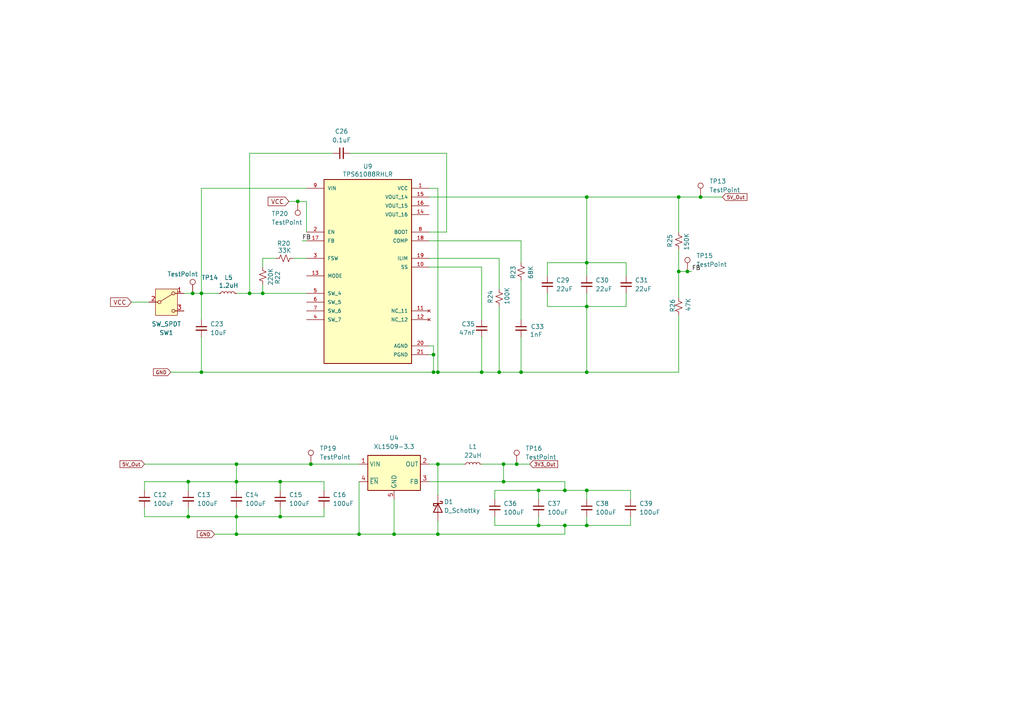
<source format=kicad_sch>
(kicad_sch (version 20250114) (generator "eeschema") (generator_version "9.0")
  (paper "A4")
  (lib_symbols
    (symbol "Connector:TestPoint" (pin_numbers (hide yes)) (pin_names (offset 0.762) (hide yes))
      (property "Reference" "TP" (at 0 6.858 0))
      (property "Value" "TestPoint" (at 0 5.08 0))
      (symbol "TestPoint_0_1"
        (circle (center 0 3.302) (radius 0.762))
      )
      (symbol "TestPoint_1_1"
        (pin passive line (at 0 0 90) (length 2.54) (name "1") (number "1"))
      )
    )
    (symbol "Device:C_Small" (pin_numbers (hide yes)) (pin_names (offset 0.254) (hide yes))
      (property "Reference" "C" (at 0.254 1.778 0))
      (property "Value" "C_Small" (at 0.254 -2.032 0))
      (symbol "C_Small_0_1"
        (polyline (pts (xy -1.524 0.508) (xy 1.524 0.508)) (stroke (width 0.3048)))
        (polyline (pts (xy -1.524 -0.508) (xy 1.524 -0.508)) (stroke (width 0.3302)))
      )
      (symbol "C_Small_1_1"
        (pin passive line (at 0 2.54 270) (length 2.032) (name "~") (number "1"))
        (pin passive line (at 0 -2.54 90) (length 2.032) (name "~") (number "2"))
      )
    )
    (symbol "Device:D_Schottky" (pin_numbers (hide yes)) (pin_names (offset 1.016) (hide yes))
      (property "Reference" "D" (at 0 2.54 0))
      (property "Value" "D_Schottky" (at 0 -2.54 0))
      (symbol "D_Schottky_0_1"
        (polyline (pts (xy -1.905 0.635) (xy -1.905 1.27) (xy -1.27 1.27) (xy -1.27 -1.27) (xy -0.635 -1.27) (xy -0.635 -0.635)) (stroke (width 0.254)))
        (polyline (pts (xy 1.27 1.27) (xy 1.27 -1.27) (xy -1.27 0) (xy 1.27 1.27)) (stroke (width 0.254)))
        (polyline (pts (xy 1.27 0) (xy -1.27 0)))
      )
      (symbol "D_Schottky_1_1"
        (pin passive line (at -3.81 0 0) (length 2.54) (name "K") (number "1"))
        (pin passive line (at 3.81 0 180) (length 2.54) (name "A") (number "2"))
      )
    )
    (symbol "Device:L_Small" (pin_numbers (hide yes)) (pin_names (offset 0.254) (hide yes))
      (property "Reference" "L" (at 0.762 1.016 0))
      (property "Value" "L_Small" (at 0.762 -1.016 0))
      (symbol "L_Small_0_1"
        (arc (start 0 2.032) (mid 0.5058 1.524) (end 0 1.016))
        (arc (start 0 1.016) (mid 0.5058 0.508) (end 0 0))
        (arc (start 0 0) (mid 0.5058 -0.508) (end 0 -1.016))
        (arc (start 0 -1.016) (mid 0.5058 -1.524) (end 0 -2.032))
      )
      (symbol "L_Small_1_1"
        (pin passive line (at 0 2.54 270) (length 0.508) (name "~") (number "1"))
        (pin passive line (at 0 -2.54 90) (length 0.508) (name "~") (number "2"))
      )
    )
    (symbol "Device:R_Small_US" (pin_numbers (hide yes)) (pin_names (offset 0.254) (hide yes))
      (property "Reference" "R" (at 0.762 0.508 0))
      (property "Value" "R_Small_US" (at 0.762 -1.016 0))
      (symbol "R_Small_US_1_1"
        (polyline (pts (xy 0 1.524) (xy 1.016 1.143) (xy 0 0.762) (xy -1.016 0.381) (xy 0 0)))
        (polyline (pts (xy 0 0) (xy 1.016 -0.381) (xy 0 -0.762) (xy -1.016 -1.143) (xy 0 -1.524)))
        (pin passive line (at 0 2.54 270) (length 1.016) (name "~") (number "1"))
        (pin passive line (at 0 -2.54 90) (length 1.016) (name "~") (number "2"))
      )
    )
    (symbol "Regulator_Switching:XL1509-3.3"
      (property "Reference" "U" (at -7.112 6.096 0))
      (property "Value" "XL1509-3.3" (at 5.842 6.096 0))
      (symbol "XL1509-3.3_0_1"
        (rectangle (start -7.62 5.08) (end 7.62 -5.08) (stroke (width 0.254)) (fill (type background)))
      )
      (symbol "XL1509-3.3_1_1"
        (pin power_in line (at -10.16 2.54 0) (length 2.54) (name "VIN") (number "1"))
        (pin input line (at -10.16 -2.54 0) (length 2.54) (name "~{EN}") (number "4"))
        (pin power_in line (at 0 -7.62 90) (length 2.54) (name "GND") (number "5"))
        (pin passive line (at 0 -7.62 90) (length 2.54) (hide yes) (name "GND") (number "6"))
        (pin passive line (at 0 -7.62 90) (length 2.54) (hide yes) (name "GND") (number "7"))
        (pin passive line (at 0 -7.62 90) (length 2.54) (hide yes) (name "GND") (number "8"))
        (pin power_out line (at 10.16 2.54 180) (length 2.54) (name "OUT") (number "2"))
        (pin input line (at 10.16 -2.54 180) (length 2.54) (name "FB") (number "3"))
      )
    )
    (symbol "Switch:SW_SPDT" (pin_names (offset 0) (hide yes))
      (property "Reference" "SW" (at 0 5.08 0))
      (property "Value" "SW_SPDT" (at 0 -5.08 0))
      (symbol "SW_SPDT_0_1"
        (circle (center -2.032 0) (radius 0.4572))
        (polyline (pts (xy -1.651 0.254) (xy 1.651 2.286)))
        (circle (center 2.032 2.54) (radius 0.4572))
        (circle (center 2.032 -2.54) (radius 0.4572))
      )
      (symbol "SW_SPDT_1_1"
        (rectangle (start -3.175 3.81) (end 3.175 -3.81) (fill (type background)))
        (pin passive line (at -5.08 0 0) (length 2.54) (name "B") (number "2"))
        (pin passive line (at 5.08 2.54 180) (length 2.54) (name "A") (number "1"))
        (pin passive line (at 5.08 -2.54 180) (length 2.54) (name "C") (number "3"))
      )
    )
    (symbol "TPS61088RHLR:TPS61088RHLR" (pin_names (offset 1.016))
      (property "Reference" "U9" (at 0 29.21 0))
      (property "Value" "TPS61088RHLR" (at 0 26.924 0))
      (symbol "TPS61088RHLR_0_0"
        (rectangle (start -12.7 -27.94) (end 12.7 25.4) (stroke (width 0.254)) (fill (type background)))
        (pin input line (at -17.78 22.86 0) (length 5.08) (name "VIN") (number "9"))
        (pin input line (at -17.78 10.16 0) (length 5.08) (name "EN") (number "2"))
        (pin input line (at -17.78 7.62 0) (length 5.08) (name "FB") (number "17"))
        (pin input line (at -17.78 2.54 0) (length 5.08) (name "FSW") (number "3"))
        (pin input line (at -17.78 -2.54 0) (length 5.08) (name "MODE") (number "13"))
        (pin input line (at -17.78 -7.62 0) (length 5.08) (name "SW_4") (number "5"))
        (pin input line (at -17.78 -10.16 0) (length 5.08) (name "SW_5") (number "6"))
        (pin input line (at -17.78 -12.7 0) (length 5.08) (name "SW_6") (number "7"))
        (pin input line (at -17.78 -15.24 0) (length 5.08) (name "SW_7") (number "4"))
        (pin output line (at 17.78 22.86 180) (length 5.08) (name "VCC") (number "1"))
        (pin output line (at 17.78 20.32 180) (length 5.08) (name "VOUT_14") (number "15"))
        (pin output line (at 17.78 17.78 180) (length 5.08) (name "VOUT_15") (number "16"))
        (pin output line (at 17.78 15.24 180) (length 5.08) (name "VOUT_16") (number "14"))
        (pin output line (at 17.78 10.16 180) (length 5.08) (name "BOOT") (number "8"))
        (pin output line (at 17.78 7.62 180) (length 5.08) (name "COMP") (number "18"))
        (pin output line (at 17.78 2.54 180) (length 5.08) (name "ILIM") (number "19"))
        (pin output line (at 17.78 0 180) (length 5.08) (name "SS") (number "10"))
        (pin no_connect line (at 17.78 -12.7 180) (length 5.08) (name "NC_11") (number "11"))
        (pin no_connect line (at 17.78 -15.24 180) (length 5.08) (name "NC_12") (number "12"))
        (pin power_in line (at 17.78 -22.86 180) (length 5.08) (name "AGND") (number "20"))
        (pin power_in line (at 17.78 -25.4 180) (length 5.08) (name "PGND") (number "21"))
      )
    )
  )
  (junction (at 151.13 107.95))
  (junction (at 196.85 78.74))
  (junction (at 114.3 154.94))
  (junction (at 68.58 134.62))
  (junction (at 127 154.94))
  (junction (at 68.58 149.86))
  (junction (at 149.86 134.62))
  (junction (at 104.14 154.94))
  (junction (at 144.78 107.95))
  (junction (at 196.85 57.15))
  (junction (at 170.18 76.2))
  (junction (at 139.7 107.95))
  (junction (at 72.39 85.09))
  (junction (at 86.36 58.42))
  (junction (at 68.58 139.7))
  (junction (at 170.18 142.24))
  (junction (at 127 134.62))
  (junction (at 58.42 107.95))
  (junction (at 76.2 85.09))
  (junction (at 127 107.95))
  (junction (at 156.21 152.4))
  (junction (at 58.42 85.09))
  (junction (at 81.28 149.86))
  (junction (at 54.61 149.86))
  (junction (at 68.58 154.94))
  (junction (at 125.73 107.95))
  (junction (at 90.17 134.62))
  (junction (at 170.18 57.15))
  (junction (at 199.39 78.74))
  (junction (at 146.05 134.62))
  (junction (at 170.18 88.9))
  (junction (at 170.18 107.95))
  (junction (at 170.18 152.4))
  (junction (at 146.05 139.7))
  (junction (at 163.83 142.24))
  (junction (at 156.21 142.24))
  (junction (at 203.2 57.15))
  (junction (at 81.28 139.7))
  (junction (at 125.73 102.87))
  (junction (at 54.61 139.7))
  (junction (at 163.83 152.4))
  (junction (at 55.88 85.09))
  (wire (pts (xy 143.51 149.86) (xy 143.51 152.4)))
  (wire (pts (xy 85.09 74.93) (xy 88.9 74.93)))
  (wire (pts (xy 49.53 107.95) (xy 58.42 107.95)))
  (wire (pts (xy 149.86 134.62) (xy 153.67 134.62)))
  (wire (pts (xy 156.21 142.24) (xy 143.51 142.24)))
  (wire (pts (xy 76.2 82.55) (xy 76.2 85.09)))
  (wire (pts (xy 163.83 152.4) (xy 163.83 154.94)))
  (wire (pts (xy 68.58 154.94) (xy 104.14 154.94)))
  (wire (pts (xy 68.58 139.7) (xy 81.28 139.7)))
  (wire (pts (xy 170.18 57.15) (xy 196.85 57.15)))
  (wire (pts (xy 196.85 78.74) (xy 196.85 86.36)))
  (wire (pts (xy 54.61 149.86) (xy 68.58 149.86)))
  (wire (pts (xy 170.18 142.24) (xy 182.88 142.24)))
  (wire (pts (xy 114.3 144.78) (xy 114.3 154.94)))
  (wire (pts (xy 62.23 154.94) (xy 68.58 154.94)))
  (wire (pts (xy 170.18 76.2) (xy 181.61 76.2)))
  (wire (pts (xy 158.75 76.2) (xy 170.18 76.2)))
  (wire (pts (xy 81.28 147.32) (xy 81.28 149.86)))
  (wire (pts (xy 53.34 85.09) (xy 55.88 85.09)))
  (wire (pts (xy 83.82 58.42) (xy 86.36 58.42)))
  (wire (pts (xy 170.18 142.24) (xy 170.18 144.78)))
  (wire (pts (xy 58.42 97.79) (xy 58.42 107.95)))
  (wire (pts (xy 196.85 57.15) (xy 196.85 67.31)))
  (wire (pts (xy 76.2 74.93) (xy 76.2 77.47)))
  (wire (pts (xy 124.46 54.61) (xy 127 54.61)))
  (wire (pts (xy 86.36 58.42) (xy 88.9 58.42)))
  (wire (pts (xy 68.58 85.09) (xy 72.39 85.09)))
  (wire (pts (xy 146.05 139.7) (xy 146.05 134.62)))
  (wire (pts (xy 196.85 91.44) (xy 196.85 107.95)))
  (wire (pts (xy 158.75 85.09) (xy 158.75 88.9)))
  (wire (pts (xy 151.13 107.95) (xy 170.18 107.95)))
  (wire (pts (xy 124.46 77.47) (xy 139.7 77.47)))
  (wire (pts (xy 90.17 134.62) (xy 104.14 134.62)))
  (wire (pts (xy 170.18 88.9) (xy 181.61 88.9)))
  (wire (pts (xy 41.91 134.62) (xy 68.58 134.62)))
  (wire (pts (xy 38.1 87.63) (xy 43.18 87.63)))
  (wire (pts (xy 144.78 88.9) (xy 144.78 107.95)))
  (wire (pts (xy 68.58 149.86) (xy 68.58 154.94)))
  (wire (pts (xy 170.18 85.09) (xy 170.18 88.9)))
  (wire (pts (xy 127 54.61) (xy 127 107.95)))
  (wire (pts (xy 104.14 139.7) (xy 104.14 154.94)))
  (wire (pts (xy 125.73 107.95) (xy 127 107.95)))
  (wire (pts (xy 163.83 139.7) (xy 146.05 139.7)))
  (wire (pts (xy 156.21 144.78) (xy 156.21 142.24)))
  (wire (pts (xy 76.2 74.93) (xy 80.01 74.93)))
  (wire (pts (xy 124.46 57.15) (xy 170.18 57.15)))
  (wire (pts (xy 196.85 72.39) (xy 196.85 78.74)))
  (wire (pts (xy 104.14 154.94) (xy 114.3 154.94)))
  (wire (pts (xy 81.28 139.7) (xy 93.98 139.7)))
  (wire (pts (xy 156.21 152.4) (xy 163.83 152.4)))
  (wire (pts (xy 127 134.62) (xy 134.62 134.62)))
  (wire (pts (xy 55.88 85.09) (xy 58.42 85.09)))
  (wire (pts (xy 156.21 142.24) (xy 163.83 142.24)))
  (wire (pts (xy 76.2 85.09) (xy 88.9 85.09)))
  (wire (pts (xy 143.51 152.4) (xy 156.21 152.4)))
  (wire (pts (xy 54.61 139.7) (xy 41.91 139.7)))
  (wire (pts (xy 182.88 144.78) (xy 182.88 142.24)))
  (wire (pts (xy 124.46 74.93) (xy 144.78 74.93)))
  (wire (pts (xy 129.54 67.31) (xy 124.46 67.31)))
  (wire (pts (xy 129.54 44.45) (xy 129.54 67.31)))
  (wire (pts (xy 203.2 57.15) (xy 209.55 57.15)))
  (wire (pts (xy 163.83 152.4) (xy 170.18 152.4)))
  (wire (pts (xy 81.28 149.86) (xy 93.98 149.86)))
  (wire (pts (xy 54.61 142.24) (xy 54.61 139.7)))
  (wire (pts (xy 41.91 149.86) (xy 54.61 149.86)))
  (wire (pts (xy 68.58 149.86) (xy 81.28 149.86)))
  (wire (pts (xy 139.7 107.95) (xy 144.78 107.95)))
  (wire (pts (xy 199.39 78.74) (xy 200.66 78.74)))
  (wire (pts (xy 41.91 139.7) (xy 41.91 142.24)))
  (wire (pts (xy 58.42 54.61) (xy 88.9 54.61)))
  (wire (pts (xy 93.98 149.86) (xy 93.98 147.32)))
  (wire (pts (xy 170.18 88.9) (xy 170.18 107.95)))
  (wire (pts (xy 144.78 107.95) (xy 151.13 107.95)))
  (wire (pts (xy 144.78 74.93) (xy 144.78 83.82)))
  (wire (pts (xy 101.6 44.45) (xy 129.54 44.45)))
  (wire (pts (xy 41.91 147.32) (xy 41.91 149.86)))
  (wire (pts (xy 54.61 147.32) (xy 54.61 149.86)))
  (wire (pts (xy 170.18 76.2) (xy 170.18 80.01)))
  (wire (pts (xy 170.18 57.15) (xy 170.18 76.2)))
  (wire (pts (xy 72.39 44.45) (xy 96.52 44.45)))
  (wire (pts (xy 124.46 139.7) (xy 146.05 139.7)))
  (wire (pts (xy 127 151.13) (xy 127 154.94)))
  (wire (pts (xy 81.28 142.24) (xy 81.28 139.7)))
  (wire (pts (xy 151.13 69.85) (xy 151.13 76.2)))
  (wire (pts (xy 181.61 85.09) (xy 181.61 88.9)))
  (wire (pts (xy 196.85 78.74) (xy 199.39 78.74)))
  (wire (pts (xy 68.58 139.7) (xy 68.58 142.24)))
  (wire (pts (xy 125.73 100.33) (xy 125.73 102.87)))
  (wire (pts (xy 68.58 134.62) (xy 90.17 134.62)))
  (wire (pts (xy 58.42 85.09) (xy 63.5 85.09)))
  (wire (pts (xy 127 154.94) (xy 163.83 154.94)))
  (wire (pts (xy 124.46 102.87) (xy 125.73 102.87)))
  (wire (pts (xy 72.39 85.09) (xy 72.39 44.45)))
  (wire (pts (xy 158.75 76.2) (xy 158.75 80.01)))
  (wire (pts (xy 127 134.62) (xy 127 143.51)))
  (wire (pts (xy 72.39 85.09) (xy 76.2 85.09)))
  (wire (pts (xy 125.73 102.87) (xy 125.73 107.95)))
  (wire (pts (xy 170.18 107.95) (xy 196.85 107.95)))
  (wire (pts (xy 163.83 142.24) (xy 170.18 142.24)))
  (wire (pts (xy 151.13 97.79) (xy 151.13 107.95)))
  (wire (pts (xy 114.3 154.94) (xy 127 154.94)))
  (wire (pts (xy 158.75 88.9) (xy 170.18 88.9)))
  (wire (pts (xy 163.83 142.24) (xy 163.83 139.7)))
  (wire (pts (xy 127 107.95) (xy 139.7 107.95)))
  (wire (pts (xy 143.51 142.24) (xy 143.51 144.78)))
  (wire (pts (xy 182.88 149.86) (xy 182.88 152.4)))
  (wire (pts (xy 124.46 69.85) (xy 151.13 69.85)))
  (wire (pts (xy 88.9 58.42) (xy 88.9 67.31)))
  (wire (pts (xy 196.85 57.15) (xy 203.2 57.15)))
  (wire (pts (xy 68.58 147.32) (xy 68.58 149.86)))
  (wire (pts (xy 87.63 69.85) (xy 88.9 69.85)))
  (wire (pts (xy 58.42 85.09) (xy 58.42 92.71)))
  (wire (pts (xy 54.61 139.7) (xy 68.58 139.7)))
  (wire (pts (xy 124.46 100.33) (xy 125.73 100.33)))
  (wire (pts (xy 170.18 152.4) (xy 182.88 152.4)))
  (wire (pts (xy 68.58 139.7) (xy 68.58 134.62)))
  (wire (pts (xy 156.21 149.86) (xy 156.21 152.4)))
  (wire (pts (xy 124.46 134.62) (xy 127 134.62)))
  (wire (pts (xy 58.42 54.61) (xy 58.42 85.09)))
  (wire (pts (xy 146.05 134.62) (xy 149.86 134.62)))
  (wire (pts (xy 139.7 97.79) (xy 139.7 107.95)))
  (wire (pts (xy 139.7 77.47) (xy 139.7 92.71)))
  (wire (pts (xy 139.7 134.62) (xy 146.05 134.62)))
  (wire (pts (xy 151.13 81.28) (xy 151.13 92.71)))
  (wire (pts (xy 181.61 76.2) (xy 181.61 80.01)))
  (wire (pts (xy 58.42 107.95) (xy 125.73 107.95)))
  (wire (pts (xy 93.98 139.7) (xy 93.98 142.24)))
  (wire (pts (xy 170.18 149.86) (xy 170.18 152.4)))
  (label "FB" (at 200.66 78.74 0))
  (label "FB" (at 87.63 69.85 0))
  (global_label "5V_Out" (shape input) (at 209.55 57.15 0) (effects (font (size 1.016 1.016))) (property "Intersheetrefs" "${INTERSHEET_REFS}" (effects (hide yes))))
  (global_label "GND" (shape input) (at 49.53 107.95 180) (effects (font (size 1.016 1.016))) (property "Intersheetrefs" "${INTERSHEET_REFS}" (effects (hide yes))))
  (global_label "3V3_Out" (shape input) (at 153.67 134.62 0) (effects (font (size 1.016 1.016))) (property "Intersheetrefs" "${INTERSHEET_REFS}" (effects (hide yes))))
  (global_label "VCC" (shape input) (at 38.1 87.63 180) (property "Intersheetrefs" "${INTERSHEET_REFS}" (effects (hide yes))))
  (global_label "5V_Out" (shape input) (at 41.91 134.62 180) (effects (font (size 1.016 1.016))) (property "Intersheetrefs" "${INTERSHEET_REFS}" (effects (hide yes))))
  (global_label "VCC" (shape input) (at 83.82 58.42 180) (property "Intersheetrefs" "${INTERSHEET_REFS}" (effects (hide yes))))
  (global_label "GND" (shape input) (at 62.23 154.94 180) (effects (font (size 1.016 1.016))) (property "Intersheetrefs" "${INTERSHEET_REFS}" (effects (hide yes))))
  (symbol (lib_id "Device:C_Small") (at 182.88 147.32 0) (unit 1)
    (property "Reference" "C39" (at 185.42 146.0562 0) (effects (justify left)))
    (property "Value" "100uF" (at 185.42 148.5962 0) (effects (justify left)))
    (property "Footprint" "Capacitor_SMD:C_1206_3216Metric_Pad1.33x1.80mm_HandSolder" (effects (hide yes)))
    (property "Description" "Unpolarized capacitor, small symbol" (effects (hide yes)))
    (property "LCSC" "C15008" (effects (hide yes)))
  )
  (symbol (lib_id "Device:C_Small") (at 170.18 82.55 180) (unit 1)
    (property "Reference" "C30" (at 172.72 81.2735 0) (effects (justify right)))
    (property "Value" "22uF" (at 172.72 83.8135 0) (effects (justify right)))
    (property "Footprint" "Capacitor_SMD:C_0805_2012Metric_Pad1.18x1.45mm_HandSolder" (effects (hide yes)))
    (property "Description" "Unpolarized capacitor, small symbol" (effects (hide yes)))
    (property "LCSC" "C45783" (effects (hide yes)))
  )
  (symbol (lib_id "Device:L_Small") (at 137.16 134.62 90) (unit 1)
    (property "Reference" "L1" (at 137.16 129.54 90))
    (property "Value" "22uH" (at 137.16 132.08 90))
    (property "Footprint" "Inductor_SMD:L_0603_1608Metric_Pad1.05x0.95mm_HandSolder" (effects (hide yes)))
    (property "Description" "Inductor, small symbol" (effects (hide yes)))
    (property "LCSC" "C361669" (effects (hide yes)))
  )
  (symbol (lib_id "Device:C_Small") (at 93.98 144.78 0) (unit 1)
    (property "Reference" "C16" (at 96.52 143.5162 0) (effects (justify left)))
    (property "Value" "100uF" (at 96.52 146.0562 0) (effects (justify left)))
    (property "Footprint" "Capacitor_SMD:C_1206_3216Metric_Pad1.33x1.80mm_HandSolder" (effects (hide yes)))
    (property "Description" "Unpolarized capacitor, small symbol" (effects (hide yes)))
    (property "LCSC" "C15008" (effects (hide yes)))
  )
  (symbol (lib_id "Device:C_Small") (at 54.61 144.78 0) (unit 1)
    (property "Reference" "C13" (at 57.15 143.5162 0) (effects (justify left)))
    (property "Value" "100uF" (at 57.15 146.0562 0) (effects (justify left)))
    (property "Footprint" "Capacitor_SMD:C_1206_3216Metric_Pad1.33x1.80mm_HandSolder" (effects (hide yes)))
    (property "Description" "Unpolarized capacitor, small symbol" (effects (hide yes)))
    (property "LCSC" "C15008" (effects (hide yes)))
  )
  (symbol (lib_id "Device:C_Small") (at 158.75 82.55 180) (unit 1)
    (property "Reference" "C29" (at 161.29 81.2735 0) (effects (justify right)))
    (property "Value" "22uF" (at 161.29 83.8135 0) (effects (justify right)))
    (property "Footprint" "Capacitor_SMD:C_0805_2012Metric_Pad1.18x1.45mm_HandSolder" (effects (hide yes)))
    (property "Description" "Unpolarized capacitor, small symbol" (effects (hide yes)))
    (property "LCSC" "C45783" (effects (hide yes)))
  )
  (symbol (lib_id "Connector:TestPoint") (at 86.36 58.42 180) (unit 1)
    (property "Reference" "TP20" (at 78.74 61.976 0) (effects (justify right)))
    (property "Value" "TestPoint" (at 78.74 64.516 0) (effects (justify right)))
    (property "Footprint" "TestPoint:TestPoint_Pad_1.0x1.0mm" (effects (hide yes)))
    (property "Description" "test point" (effects (hide yes)))
  )
  (symbol (lib_id "Device:D_Schottky") (at 127 147.32 270) (unit 1)
    (property "Reference" "D1" (at 128.778 145.542 90) (effects (justify left)))
    (property "Value" "D_Schottky" (at 128.778 148.082 90) (effects (justify left)))
    (property "Footprint" "Diode_SMD:D_SOD-123" (effects (hide yes)))
    (property "Description" "Schottky diode" (effects (hide yes)))
    (property "LCSC" "C727113" (effects (hide yes)))
  )
  (symbol (lib_id "Device:R_Small_US") (at 196.85 88.9 180) (unit 1)
    (property "Reference" "R26" (at 195.072 88.646 90))
    (property "Value" "47K" (at 199.644 88.392 90))
    (property "Footprint" "Resistor_SMD:R_0805_2012Metric_Pad1.20x1.40mm_HandSolder" (effects (hide yes)))
    (property "Description" "Resistor, small US symbol" (effects (hide yes)))
    (property "LCSC" "C17713" (effects (hide yes)))
  )
  (symbol (lib_id "Device:C_Small") (at 143.51 147.32 0) (unit 1)
    (property "Reference" "C36" (at 146.05 146.0562 0) (effects (justify left)))
    (property "Value" "100uF" (at 146.05 148.5962 0) (effects (justify left)))
    (property "Footprint" "Capacitor_SMD:C_1206_3216Metric_Pad1.33x1.80mm_HandSolder" (effects (hide yes)))
    (property "Description" "Unpolarized capacitor, small symbol" (effects (hide yes)))
    (property "LCSC" "C15008" (effects (hide yes)))
  )
  (symbol (lib_id "Device:C_Small") (at 81.28 144.78 0) (unit 1)
    (property "Reference" "C15" (at 83.82 143.5162 0) (effects (justify left)))
    (property "Value" "100uF" (at 83.82 146.0562 0) (effects (justify left)))
    (property "Footprint" "Capacitor_SMD:C_1206_3216Metric_Pad1.33x1.80mm_HandSolder" (effects (hide yes)))
    (property "Description" "Unpolarized capacitor, small symbol" (effects (hide yes)))
    (property "LCSC" "C15008" (effects (hide yes)))
  )
  (symbol (lib_id "Device:C_Small") (at 99.06 44.45 90) (unit 1)
    (property "Reference" "C26" (at 99.0663 38.1 90))
    (property "Value" "0.1uF" (at 99.0663 40.64 90))
    (property "Footprint" "Capacitor_SMD:C_0402_1005Metric_Pad0.74x0.62mm_HandSolder" (effects (hide yes)))
    (property "Description" "Unpolarized capacitor, small symbol" (effects (hide yes)))
    (property "LCSC" "C1525" (effects (hide yes)))
  )
  (symbol (lib_id "Connector:TestPoint") (at 149.86 134.62 0) (unit 1)
    (property "Reference" "TP16" (at 152.4 130.0479 0) (effects (justify left)))
    (property "Value" "TestPoint" (at 152.4 132.5879 0) (effects (justify left)))
    (property "Footprint" "TestPoint:TestPoint_Pad_1.0x1.0mm" (effects (hide yes)))
    (property "Description" "test point" (effects (hide yes)))
  )
  (symbol (lib_id "Device:R_Small_US") (at 151.13 78.74 180) (unit 1)
    (property "Reference" "R23" (at 148.844 78.994 90))
    (property "Value" "68K" (at 153.924 78.994 90))
    (property "Footprint" "Resistor_SMD:R_0603_1608Metric_Pad0.98x0.95mm_HandSolder" (effects (hide yes)))
    (property "Description" "Resistor, small US symbol" (effects (hide yes)))
    (property "LCSC" "C23231" (effects (hide yes)))
  )
  (symbol (lib_id "Device:C_Small") (at 68.58 144.78 0) (unit 1)
    (property "Reference" "C14" (at 71.12 143.5162 0) (effects (justify left)))
    (property "Value" "100uF" (at 71.12 146.0562 0) (effects (justify left)))
    (property "Footprint" "Capacitor_SMD:C_1206_3216Metric_Pad1.33x1.80mm_HandSolder" (effects (hide yes)))
    (property "Description" "Unpolarized capacitor, small symbol" (effects (hide yes)))
    (property "LCSC" "C15008" (effects (hide yes)))
  )
  (symbol (lib_id "Regulator_Switching:XL1509-3.3") (at 114.3 137.16 0) (unit 1)
    (property "Reference" "U4" (at 114.3 127 0))
    (property "Value" "XL1509-3.3" (at 114.3 129.54 0))
    (property "Footprint" "Package_SO:SOIC-8_3.9x4.9mm_P1.27mm" (effects (hide yes)))
    (property "Datasheet" "https://datasheet.lcsc.com/lcsc/1809050422_XLSEMI-XL1509-5-0E1_C61063.pdf" (effects (hide yes)))
    (property "Description" "Buck DC/DC Converter, 2A, 3.3V Output Voltage, 4.5-40V Input Voltage" (effects (hide yes)))
    (property "LCSC" "C61063" (effects (hide yes)))
  )
  (symbol (lib_id "Device:C_Small") (at 139.7 95.25 0) (unit 1)
    (property "Reference" "C35" (at 133.858 93.98 0) (effects (justify left)))
    (property "Value" "47nF" (at 133.096 96.52 0) (effects (justify left)))
    (property "Footprint" "Capacitor_SMD:C_0603_1608Metric_Pad1.08x0.95mm_HandSolder" (effects (hide yes)))
    (property "Description" "Unpolarized capacitor, small symbol" (effects (hide yes)))
    (property "LCSC" "C1622" (effects (hide yes)))
  )
  (symbol (lib_id "Connector:TestPoint") (at 90.17 134.62 0) (unit 1)
    (property "Reference" "TP19" (at 92.71 130.0479 0) (effects (justify left)))
    (property "Value" "TestPoint" (at 92.71 132.5879 0) (effects (justify left)))
    (property "Footprint" "TestPoint:TestPoint_Pad_1.0x1.0mm" (effects (hide yes)))
    (property "Description" "test point" (effects (hide yes)))
  )
  (symbol (lib_id "Device:R_Small_US") (at 76.2 80.01 180) (unit 1)
    (property "Reference" "R22" (at 80.518 80.518 90))
    (property "Value" "220K" (at 78.486 80.264 90))
    (property "Footprint" "Resistor_SMD:R_0603_1608Metric_Pad0.98x0.95mm_HandSolder" (effects (hide yes)))
    (property "Description" "Resistor, small US symbol" (effects (hide yes)))
    (property "LCSC" "C22961" (effects (hide yes)))
  )
  (symbol (lib_id "Connector:TestPoint") (at 199.39 78.74 0) (unit 1)
    (property "Reference" "TP15" (at 201.93 74.1679 0) (effects (justify left)))
    (property "Value" "TestPoint" (at 201.93 76.7079 0) (effects (justify left)))
    (property "Footprint" "TestPoint:TestPoint_Pad_1.0x1.0mm" (effects (hide yes)))
    (property "Description" "test point" (effects (hide yes)))
  )
  (symbol (lib_id "Device:R_Small_US") (at 82.55 74.93 90) (unit 1)
    (property "Reference" "R20" (at 82.296 70.612 90))
    (property "Value" "33K" (at 82.55 72.644 90))
    (property "Footprint" "Resistor_SMD:R_0603_1608Metric_Pad0.98x0.95mm_HandSolder" (effects (hide yes)))
    (property "Description" "Resistor, small US symbol" (effects (hide yes)))
    (property "LCSC" "C4216" (effects (hide yes)))
  )
  (symbol (lib_id "Device:L_Small") (at 66.04 85.09 90) (unit 1)
    (property "Reference" "L5" (at 66.294 80.518 90))
    (property "Value" "1.2uH" (at 66.294 82.804 90))
    (property "Footprint" "Inductor_SMD:L_0805_2012Metric_Pad1.05x1.20mm_HandSolder" (effects (hide yes)))
    (property "Description" "Inductor, small symbol" (effects (hide yes)))
    (property "LCSC" "C139219" (effects (hide yes)))
  )
  (symbol (lib_id "Switch:SW_SPDT") (at 48.26 87.63 0) (unit 1)
    (property "Reference" "SW1" (at 48.26 96.52 0))
    (property "Value" "SW_SPDT" (at 48.26 93.98 0))
    (property "Footprint" "SWITCH:Untitled" (effects (hide yes)))
    (property "Description" "Switch, single pole double throw" (effects (hide yes)))
    (property "LCSC" "C2887259" (effects (hide yes)))
  )
  (symbol (lib_id "Device:R_Small_US") (at 144.78 86.36 180) (unit 1)
    (property "Reference" "R24" (at 142.24 86.106 90))
    (property "Value" "100K" (at 147.066 85.852 90))
    (property "Footprint" "Resistor_SMD:R_0402_1005Metric_Pad0.72x0.64mm_HandSolder" (effects (hide yes)))
    (property "Description" "Resistor, small US symbol" (effects (hide yes)))
    (property "LCSC" "C25741" (effects (hide yes)))
  )
  (symbol (lib_id "TPS61088RHLR:TPS61088RHLR") (at 106.68 77.47 0) (unit 1)
    (property "Reference" "U9" (at 106.68 48.26 0))
    (property "Value" "TPS61088RHLR" (at 106.68 50.546 0))
    (property "Footprint" "TPS61088RHLR:TPS61088RHLR" (effects (hide yes)))
    (property "MF" "Texas Instruments" (effects (hide yes)))
    (property "MAXIMUM_PACKAGE_HEIGHT" "1.00mm" (effects (hide yes)))
    (property "Package" "VQFN-20 Texas Instruments" (effects (hide yes)))
    (property "Price" "None" (effects (hide yes)))
    (property "Check_prices" "https://www.snapeda.com/parts/TPS61088RHLR/Texas+Instruments/view-part/?ref=eda" (effects (hide yes)))
    (property "STANDARD" "Manufacturer Recommendations" (effects (hide yes)))
    (property "PARTREV" "4219071/A 05/2017" (effects (hide yes)))
    (property "SnapEDA_Link" "https://www.snapeda.com/parts/TPS61088RHLR/Texas+Instruments/view-part/?ref=snap" (effects (hide yes)))
    (property "MP" "TPS61088RHLR" (effects (hide yes)))
    (property "Description_1" "10-A Fully-Integrated Synchronous Boost Converter" (effects (hide yes)))
    (property "Availability" "In Stock" (effects (hide yes)))
    (property "MANUFACTURER" "Texas Instruments" (effects (hide yes)))
    (property "LCSC" "C87357" (effects (hide yes)))
  )
  (symbol (lib_id "Device:C_Small") (at 181.61 82.55 180) (unit 1)
    (property "Reference" "C31" (at 184.15 81.2735 0) (effects (justify right)))
    (property "Value" "22uF" (at 184.15 83.8135 0) (effects (justify right)))
    (property "Footprint" "Capacitor_SMD:C_0805_2012Metric_Pad1.18x1.45mm_HandSolder" (effects (hide yes)))
    (property "Description" "Unpolarized capacitor, small symbol" (effects (hide yes)))
    (property "LCSC" "C45783" (effects (hide yes)))
  )
  (symbol (lib_id "Device:R_Small_US") (at 196.85 69.85 180) (unit 1)
    (property "Reference" "R25" (at 194.31 69.85 90))
    (property "Value" "150K" (at 199.136 70.104 90))
    (property "Footprint" "Resistor_SMD:R_0805_2012Metric_Pad1.20x1.40mm_HandSolder" (effects (hide yes)))
    (property "Description" "Resistor, small US symbol" (effects (hide yes)))
    (property "LCSC" "C17470" (effects (hide yes)))
  )
  (symbol (lib_id "Device:C_Small") (at 170.18 147.32 0) (unit 1)
    (property "Reference" "C38" (at 172.72 146.0562 0) (effects (justify left)))
    (property "Value" "100uF" (at 172.72 148.5962 0) (effects (justify left)))
    (property "Footprint" "Capacitor_SMD:C_1206_3216Metric_Pad1.33x1.80mm_HandSolder" (effects (hide yes)))
    (property "Description" "Unpolarized capacitor, small symbol" (effects (hide yes)))
    (property "LCSC" "C15008" (effects (hide yes)))
  )
  (symbol (lib_id "Connector:TestPoint") (at 55.88 85.09 0) (unit 1)
    (property "Reference" "TP14" (at 58.42 80.5179 0) (effects (justify left)))
    (property "Value" "TestPoint" (at 48.514 79.502 0) (effects (justify left)))
    (property "Footprint" "TestPoint:TestPoint_Pad_1.0x1.0mm" (effects (hide yes)))
    (property "Description" "test point" (effects (hide yes)))
  )
  (symbol (lib_id "Device:C_Small") (at 156.21 147.32 0) (unit 1)
    (property "Reference" "C37" (at 158.75 146.0562 0) (effects (justify left)))
    (property "Value" "100uF" (at 158.75 148.5962 0) (effects (justify left)))
    (property "Footprint" "Capacitor_SMD:C_1206_3216Metric_Pad1.33x1.80mm_HandSolder" (effects (hide yes)))
    (property "Description" "Unpolarized capacitor, small symbol" (effects (hide yes)))
    (property "LCSC" "C15008" (effects (hide yes)))
  )
  (symbol (lib_id "Connector:TestPoint") (at 203.2 57.15 0) (unit 1)
    (property "Reference" "TP13" (at 205.74 52.5779 0) (effects (justify left)))
    (property "Value" "TestPoint" (at 205.74 55.1179 0) (effects (justify left)))
    (property "Footprint" "TestPoint:TestPoint_Pad_1.0x1.0mm" (effects (hide yes)))
    (property "Description" "test point" (effects (hide yes)))
  )
  (symbol (lib_id "Device:C_Small") (at 58.42 95.25 0) (unit 1)
    (property "Reference" "C23" (at 60.96 93.9862 0) (effects (justify left)))
    (property "Value" "10uF" (at 60.96 96.5262 0) (effects (justify left)))
    (property "Footprint" "Capacitor_SMD:C_0805_2012Metric_Pad1.18x1.45mm_HandSolder" (effects (hide yes)))
    (property "Description" "Unpolarized capacitor, small symbol" (effects (hide yes)))
    (property "LCSC" "C15850" (effects (hide yes)))
  )
  (symbol (lib_id "Device:C_Small") (at 41.91 144.78 0) (unit 1)
    (property "Reference" "C12" (at 44.45 143.5162 0) (effects (justify left)))
    (property "Value" "100uF" (at 44.45 146.0562 0) (effects (justify left)))
    (property "Footprint" "Capacitor_SMD:C_1206_3216Metric_Pad1.33x1.80mm_HandSolder" (effects (hide yes)))
    (property "Description" "Unpolarized capacitor, small symbol" (effects (hide yes)))
    (property "LCSC" "C15008" (effects (hide yes)))
  )
  (symbol (lib_id "Device:C_Small") (at 151.13 95.25 0) (unit 1)
    (property "Reference" "C33" (at 153.924 94.742 0) (effects (justify left)))
    (property "Value" "1nF" (at 153.67 97.028 0) (effects (justify left)))
    (property "Footprint" "Capacitor_SMD:C_0603_1608Metric_Pad1.08x0.95mm_HandSolder" (effects (hide yes)))
    (property "Description" "Unpolarized capacitor, small symbol" (effects (hide yes)))
    (property "LCSC" "C1588" (effects (hide yes)))
  )
)
</source>
